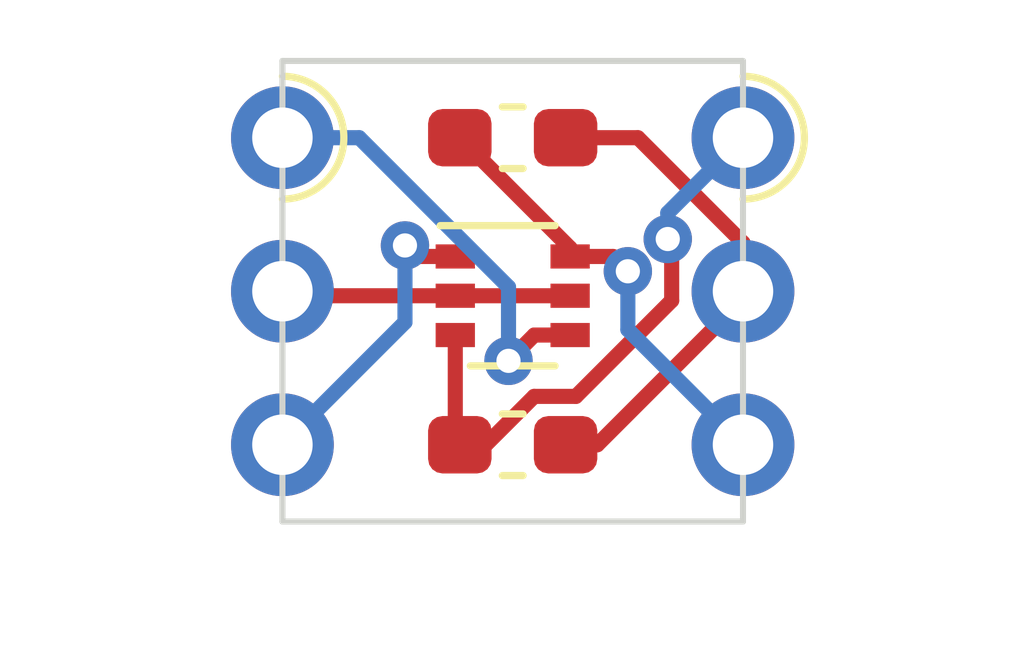
<source format=kicad_pcb>
(kicad_pcb (version 20171130) (host pcbnew 5.1.6)

  (general
    (thickness 1.6)
    (drawings 4)
    (tracks 42)
    (zones 0)
    (modules 5)
    (nets 7)
  )

  (page A4)
  (layers
    (0 F.Cu signal)
    (31 B.Cu signal)
    (32 B.Adhes user)
    (33 F.Adhes user)
    (34 B.Paste user)
    (35 F.Paste user)
    (36 B.SilkS user)
    (37 F.SilkS user)
    (38 B.Mask user)
    (39 F.Mask user)
    (40 Dwgs.User user)
    (41 Cmts.User user)
    (42 Eco1.User user)
    (43 Eco2.User user)
    (44 Edge.Cuts user)
    (45 Margin user)
    (46 B.CrtYd user)
    (47 F.CrtYd user)
    (48 B.Fab user)
    (49 F.Fab user)
  )

  (setup
    (last_trace_width 0.25)
    (user_trace_width 0.35)
    (user_trace_width 0.5)
    (trace_clearance 0.2)
    (zone_clearance 0.508)
    (zone_45_only no)
    (trace_min 0.2)
    (via_size 0.8)
    (via_drill 0.4)
    (via_min_size 0.4)
    (via_min_drill 0.3)
    (uvia_size 0.3)
    (uvia_drill 0.1)
    (uvias_allowed no)
    (uvia_min_size 0.2)
    (uvia_min_drill 0.1)
    (edge_width 0.05)
    (segment_width 0.2)
    (pcb_text_width 0.3)
    (pcb_text_size 1.5 1.5)
    (mod_edge_width 0.12)
    (mod_text_size 1 1)
    (mod_text_width 0.15)
    (pad_size 1.524 1.524)
    (pad_drill 0.762)
    (pad_to_mask_clearance 0.05)
    (aux_axis_origin 0 0)
    (visible_elements FFFFFF7F)
    (pcbplotparams
      (layerselection 0x010fc_ffffffff)
      (usegerberextensions false)
      (usegerberattributes true)
      (usegerberadvancedattributes true)
      (creategerberjobfile true)
      (excludeedgelayer true)
      (linewidth 0.100000)
      (plotframeref false)
      (viasonmask false)
      (mode 1)
      (useauxorigin false)
      (hpglpennumber 1)
      (hpglpenspeed 20)
      (hpglpendiameter 15.000000)
      (psnegative false)
      (psa4output false)
      (plotreference true)
      (plotvalue true)
      (plotinvisibletext false)
      (padsonsilk false)
      (subtractmaskfromsilk false)
      (outputformat 1)
      (mirror false)
      (drillshape 0)
      (scaleselection 1)
      (outputdirectory "gerber/"))
  )

  (net 0 "")
  (net 1 Out)
  (net 2 Vss)
  (net 3 Vdd)
  (net 4 In)
  (net 5 Nti)
  (net 6 Pti)

  (net_class Default "This is the default net class."
    (clearance 0.2)
    (trace_width 0.25)
    (via_dia 0.8)
    (via_drill 0.4)
    (uvia_dia 0.3)
    (uvia_drill 0.1)
    (add_net In)
    (add_net Nti)
    (add_net Out)
    (add_net Pti)
    (add_net Vdd)
    (add_net Vss)
  )

  (module Resistor_SMD:R_0603_1608Metric_Pad1.05x0.95mm_HandSolder (layer F.Cu) (tedit 5B301BBD) (tstamp 5FF6B638)
    (at 97.155 53.34 180)
    (descr "Resistor SMD 0603 (1608 Metric), square (rectangular) end terminal, IPC_7351 nominal with elongated pad for handsoldering. (Body size source: http://www.tortai-tech.com/upload/download/2011102023233369053.pdf), generated with kicad-footprint-generator")
    (tags "resistor handsolder")
    (path /5FFC430C)
    (attr smd)
    (fp_text reference R2 (at 0 -1.43) (layer F.SilkS) hide
      (effects (font (size 1 1) (thickness 0.15)))
    )
    (fp_text value 12k (at 0 1.43) (layer F.Fab)
      (effects (font (size 1 1) (thickness 0.15)))
    )
    (fp_text user %R (at 0 0) (layer F.Fab)
      (effects (font (size 0.4 0.4) (thickness 0.06)))
    )
    (fp_line (start -0.8 0.4) (end -0.8 -0.4) (layer F.Fab) (width 0.1))
    (fp_line (start -0.8 -0.4) (end 0.8 -0.4) (layer F.Fab) (width 0.1))
    (fp_line (start 0.8 -0.4) (end 0.8 0.4) (layer F.Fab) (width 0.1))
    (fp_line (start 0.8 0.4) (end -0.8 0.4) (layer F.Fab) (width 0.1))
    (fp_line (start -0.171267 -0.51) (end 0.171267 -0.51) (layer F.SilkS) (width 0.12))
    (fp_line (start -0.171267 0.51) (end 0.171267 0.51) (layer F.SilkS) (width 0.12))
    (fp_line (start -1.65 0.73) (end -1.65 -0.73) (layer F.CrtYd) (width 0.05))
    (fp_line (start -1.65 -0.73) (end 1.65 -0.73) (layer F.CrtYd) (width 0.05))
    (fp_line (start 1.65 -0.73) (end 1.65 0.73) (layer F.CrtYd) (width 0.05))
    (fp_line (start 1.65 0.73) (end -1.65 0.73) (layer F.CrtYd) (width 0.05))
    (pad 2 smd roundrect (at 0.875 0 180) (size 1.05 0.95) (layers F.Cu F.Paste F.Mask) (roundrect_rratio 0.25)
      (net 5 Nti))
    (pad 1 smd roundrect (at -0.875 0 180) (size 1.05 0.95) (layers F.Cu F.Paste F.Mask) (roundrect_rratio 0.25)
      (net 1 Out))
    (model ${KISYS3DMOD}/Resistor_SMD.3dshapes/R_0603_1608Metric.wrl
      (at (xyz 0 0 0))
      (scale (xyz 1 1 1))
      (rotate (xyz 0 0 0))
    )
  )

  (module Resistor_SMD:R_0603_1608Metric_Pad1.05x0.95mm_HandSolder (layer F.Cu) (tedit 5B301BBD) (tstamp 5FF6B627)
    (at 97.155 58.42)
    (descr "Resistor SMD 0603 (1608 Metric), square (rectangular) end terminal, IPC_7351 nominal with elongated pad for handsoldering. (Body size source: http://www.tortai-tech.com/upload/download/2011102023233369053.pdf), generated with kicad-footprint-generator")
    (tags "resistor handsolder")
    (path /5FFC3DF2)
    (attr smd)
    (fp_text reference R1 (at 0 -1.43) (layer F.SilkS) hide
      (effects (font (size 1 1) (thickness 0.15)))
    )
    (fp_text value 12k (at 0 1.43) (layer F.Fab)
      (effects (font (size 1 1) (thickness 0.15)))
    )
    (fp_text user %R (at 0 0) (layer F.Fab)
      (effects (font (size 0.4 0.4) (thickness 0.06)))
    )
    (fp_line (start -0.8 0.4) (end -0.8 -0.4) (layer F.Fab) (width 0.1))
    (fp_line (start -0.8 -0.4) (end 0.8 -0.4) (layer F.Fab) (width 0.1))
    (fp_line (start 0.8 -0.4) (end 0.8 0.4) (layer F.Fab) (width 0.1))
    (fp_line (start 0.8 0.4) (end -0.8 0.4) (layer F.Fab) (width 0.1))
    (fp_line (start -0.171267 -0.51) (end 0.171267 -0.51) (layer F.SilkS) (width 0.12))
    (fp_line (start -0.171267 0.51) (end 0.171267 0.51) (layer F.SilkS) (width 0.12))
    (fp_line (start -1.65 0.73) (end -1.65 -0.73) (layer F.CrtYd) (width 0.05))
    (fp_line (start -1.65 -0.73) (end 1.65 -0.73) (layer F.CrtYd) (width 0.05))
    (fp_line (start 1.65 -0.73) (end 1.65 0.73) (layer F.CrtYd) (width 0.05))
    (fp_line (start 1.65 0.73) (end -1.65 0.73) (layer F.CrtYd) (width 0.05))
    (pad 2 smd roundrect (at 0.875 0) (size 1.05 0.95) (layers F.Cu F.Paste F.Mask) (roundrect_rratio 0.25)
      (net 1 Out))
    (pad 1 smd roundrect (at -0.875 0) (size 1.05 0.95) (layers F.Cu F.Paste F.Mask) (roundrect_rratio 0.25)
      (net 6 Pti))
    (model ${KISYS3DMOD}/Resistor_SMD.3dshapes/R_0603_1608Metric.wrl
      (at (xyz 0 0 0))
      (scale (xyz 1 1 1))
      (rotate (xyz 0 0 0))
    )
  )

  (module Package_TO_SOT_SMD:SOT-363_SC-70-6 (layer F.Cu) (tedit 5A02FF57) (tstamp 5FF6B616)
    (at 97.155 55.955)
    (descr "SOT-363, SC-70-6")
    (tags "SOT-363 SC-70-6")
    (path /5FFBA0AD)
    (attr smd)
    (fp_text reference Q1 (at 0 -2) (layer F.SilkS) hide
      (effects (font (size 1 1) (thickness 0.15)))
    )
    (fp_text value BSS8402DW (at 0 2 180) (layer F.Fab)
      (effects (font (size 1 1) (thickness 0.15)))
    )
    (fp_text user %R (at 0 0 90) (layer F.Fab)
      (effects (font (size 0.5 0.5) (thickness 0.075)))
    )
    (fp_line (start 0.7 -1.16) (end -1.2 -1.16) (layer F.SilkS) (width 0.12))
    (fp_line (start -0.7 1.16) (end 0.7 1.16) (layer F.SilkS) (width 0.12))
    (fp_line (start 1.6 1.4) (end 1.6 -1.4) (layer F.CrtYd) (width 0.05))
    (fp_line (start -1.6 -1.4) (end -1.6 1.4) (layer F.CrtYd) (width 0.05))
    (fp_line (start -1.6 -1.4) (end 1.6 -1.4) (layer F.CrtYd) (width 0.05))
    (fp_line (start 0.675 -1.1) (end -0.175 -1.1) (layer F.Fab) (width 0.1))
    (fp_line (start -0.675 -0.6) (end -0.675 1.1) (layer F.Fab) (width 0.1))
    (fp_line (start -1.6 1.4) (end 1.6 1.4) (layer F.CrtYd) (width 0.05))
    (fp_line (start 0.675 -1.1) (end 0.675 1.1) (layer F.Fab) (width 0.1))
    (fp_line (start 0.675 1.1) (end -0.675 1.1) (layer F.Fab) (width 0.1))
    (fp_line (start -0.175 -1.1) (end -0.675 -0.6) (layer F.Fab) (width 0.1))
    (pad 6 smd rect (at 0.95 -0.65) (size 0.65 0.4) (layers F.Cu F.Paste F.Mask)
      (net 5 Nti))
    (pad 4 smd rect (at 0.95 0.65) (size 0.65 0.4) (layers F.Cu F.Paste F.Mask)
      (net 3 Vdd))
    (pad 2 smd rect (at -0.95 0) (size 0.65 0.4) (layers F.Cu F.Paste F.Mask)
      (net 4 In))
    (pad 5 smd rect (at 0.95 0) (size 0.65 0.4) (layers F.Cu F.Paste F.Mask)
      (net 4 In))
    (pad 3 smd rect (at -0.95 0.65) (size 0.65 0.4) (layers F.Cu F.Paste F.Mask)
      (net 6 Pti))
    (pad 1 smd rect (at -0.95 -0.65) (size 0.65 0.4) (layers F.Cu F.Paste F.Mask)
      (net 2 Vss))
    (model ${KISYS3DMOD}/Package_TO_SOT_SMD.3dshapes/SOT-363_SC-70-6.wrl
      (at (xyz 0 0 0))
      (scale (xyz 1 1 1))
      (rotate (xyz 0 0 0))
    )
  )

  (module Castellation:Edge_Castellation_1x03_P2.54 (layer F.Cu) (tedit 5FED63D6) (tstamp 5FF6B600)
    (at 100.965 53.34)
    (descr "Edge Castellation, 1x03, 2.54mm pitch, single row")
    (tags "Castellation Edge 1x03 2.54mm single row")
    (path /5FEDBBC1)
    (fp_text reference J2 (at 0 -2.54) (layer F.SilkS) hide
      (effects (font (size 1 1) (thickness 0.15)))
    )
    (fp_text value Conn_01x03 (at 0 7.85) (layer F.Fab)
      (effects (font (size 1 1) (thickness 0.15)))
    )
    (fp_text user %R (at 0 2.54 90) (layer F.Fab)
      (effects (font (size 1 1) (thickness 0.15)))
    )
    (fp_arc (start 0 0) (end 0 1.016) (angle -180) (layer F.SilkS) (width 0.12))
    (fp_line (start -1.27 -1.27) (end 0.635 -1.27) (layer F.Fab) (width 0.1))
    (fp_line (start 0.635 -1.27) (end 1.27 -0.635) (layer F.Fab) (width 0.1))
    (fp_line (start 1.27 -0.635) (end 1.27 6.35) (layer F.Fab) (width 0.1))
    (fp_line (start 1.27 6.35) (end -1.27 6.35) (layer F.Fab) (width 0.1))
    (fp_line (start -1.27 6.35) (end -1.27 -1.27) (layer F.Fab) (width 0.1))
    (pad 1 thru_hole oval (at 0 0) (size 1.7 1.7) (drill 1) (layers *.Cu *.Mask)
      (net 6 Pti))
    (pad 2 thru_hole oval (at 0 2.54) (size 1.7 1.7) (drill 1) (layers *.Cu *.Mask)
      (net 1 Out))
    (pad 3 thru_hole oval (at 0 5.08) (size 1.7 1.7) (drill 1) (layers *.Cu *.Mask)
      (net 5 Nti))
  )

  (module Castellation:Edge_Castellation_1x03_P2.54 (layer F.Cu) (tedit 5FED63D6) (tstamp 5FF6B5F2)
    (at 93.345 53.34)
    (descr "Edge Castellation, 1x03, 2.54mm pitch, single row")
    (tags "Castellation Edge 1x03 2.54mm single row")
    (path /5FED6A28)
    (fp_text reference J1 (at 0 -2.54) (layer F.SilkS) hide
      (effects (font (size 1 1) (thickness 0.15)))
    )
    (fp_text value Conn_01x03 (at 0 7.85) (layer F.Fab)
      (effects (font (size 1 1) (thickness 0.15)))
    )
    (fp_line (start -1.27 6.35) (end -1.27 -1.27) (layer F.Fab) (width 0.1))
    (fp_line (start 1.27 6.35) (end -1.27 6.35) (layer F.Fab) (width 0.1))
    (fp_line (start 1.27 -0.635) (end 1.27 6.35) (layer F.Fab) (width 0.1))
    (fp_line (start 0.635 -1.27) (end 1.27 -0.635) (layer F.Fab) (width 0.1))
    (fp_line (start -1.27 -1.27) (end 0.635 -1.27) (layer F.Fab) (width 0.1))
    (fp_arc (start 0 0) (end 0 1.016) (angle -180) (layer F.SilkS) (width 0.12))
    (fp_text user %R (at 0 2.54 90) (layer F.Fab)
      (effects (font (size 1 1) (thickness 0.15)))
    )
    (pad 3 thru_hole oval (at 0 5.08) (size 1.7 1.7) (drill 1) (layers *.Cu *.Mask)
      (net 2 Vss))
    (pad 2 thru_hole oval (at 0 2.54) (size 1.7 1.7) (drill 1) (layers *.Cu *.Mask)
      (net 4 In))
    (pad 1 thru_hole oval (at 0 0) (size 1.7 1.7) (drill 1) (layers *.Cu *.Mask)
      (net 3 Vdd))
  )

  (gr_line (start 100.965 52.07) (end 100.965 59.69) (layer Edge.Cuts) (width 0.1))
  (gr_line (start 93.345 52.07) (end 100.965 52.07) (layer Edge.Cuts) (width 0.1))
  (gr_line (start 93.345 59.69) (end 93.345 52.07) (layer Edge.Cuts) (width 0.1))
  (gr_line (start 100.965 59.69) (end 93.345 59.69) (layer Edge.Cuts) (width 0.1))

  (via (at 99.06 55.5498) (size 0.8) (drill 0.4) (layers F.Cu B.Cu) (net 5))
  (via (at 99.7204 55.0164) (size 0.8) (drill 0.4) (layers F.Cu B.Cu) (net 6))
  (segment (start 98.03 58.42) (end 98.555 58.42) (width 0.25) (layer F.Cu) (net 1))
  (segment (start 98.555 58.42) (end 100.965 56.01) (width 0.25) (layer F.Cu) (net 1))
  (segment (start 100.965 56.01) (end 100.965 55.88) (width 0.25) (layer F.Cu) (net 1))
  (segment (start 100.965 55.079002) (end 100.965 55.88) (width 0.25) (layer F.Cu) (net 1))
  (segment (start 99.225998 53.34) (end 100.965 55.079002) (width 0.25) (layer F.Cu) (net 1))
  (segment (start 98.03 53.34) (end 99.225998 53.34) (width 0.25) (layer F.Cu) (net 1))
  (segment (start 96.205 55.305) (end 95.55468 55.305) (width 0.25) (layer F.Cu) (net 2))
  (segment (start 93.345 58.42) (end 95.37234 56.39266) (width 0.25) (layer B.Cu) (net 2))
  (segment (start 95.55468 55.305) (end 95.37234 55.12266) (width 0.25) (layer F.Cu) (net 2))
  (segment (start 95.37234 56.39266) (end 95.37234 55.12266) (width 0.25) (layer B.Cu) (net 2))
  (via (at 95.37234 55.12266) (size 0.8) (drill 0.4) (layers F.Cu B.Cu) (net 2))
  (segment (start 97.155 57.15) (end 97.155 57.15) (width 0.25) (layer F.Cu) (net 3) (tstamp 5FF6BC45))
  (segment (start 94.615 53.34) (end 97.085437 55.810437) (width 0.25) (layer B.Cu) (net 3))
  (segment (start 97.512383 56.605) (end 97.085437 57.031946) (width 0.25) (layer F.Cu) (net 3))
  (via (at 97.085437 57.031946) (size 0.8) (drill 0.4) (layers F.Cu B.Cu) (net 3))
  (segment (start 98.105 56.605) (end 97.512383 56.605) (width 0.25) (layer F.Cu) (net 3))
  (segment (start 97.085437 55.810437) (end 97.085437 57.031946) (width 0.25) (layer B.Cu) (net 3))
  (segment (start 93.345 53.34) (end 94.615 53.34) (width 0.25) (layer B.Cu) (net 3))
  (segment (start 96.205 55.955) (end 98.105 55.955) (width 0.25) (layer F.Cu) (net 4))
  (segment (start 93.42 55.955) (end 93.345 55.88) (width 0.25) (layer F.Cu) (net 4))
  (segment (start 96.205 55.955) (end 93.42 55.955) (width 0.25) (layer F.Cu) (net 4))
  (segment (start 98.105 55.165) (end 96.28 53.34) (width 0.25) (layer F.Cu) (net 5))
  (segment (start 98.105 55.305) (end 98.105 55.165) (width 0.25) (layer F.Cu) (net 5))
  (segment (start 96.28 53.34) (end 96.52 53.34) (width 0.25) (layer F.Cu) (net 5))
  (segment (start 96.28 53.34) (end 95.885 53.34) (width 0.25) (layer F.Cu) (net 5))
  (segment (start 98.8152 55.305) (end 98.105 55.305) (width 0.25) (layer F.Cu) (net 5))
  (segment (start 99.06 55.5498) (end 98.8152 55.305) (width 0.25) (layer F.Cu) (net 5))
  (segment (start 99.06 56.515) (end 100.965 58.42) (width 0.25) (layer B.Cu) (net 5))
  (segment (start 99.06 55.5498) (end 99.06 56.515) (width 0.25) (layer B.Cu) (net 5))
  (segment (start 96.205 58.345) (end 96.28 58.42) (width 0.25) (layer F.Cu) (net 6))
  (segment (start 96.205 56.605) (end 96.205 58.345) (width 0.25) (layer F.Cu) (net 6))
  (segment (start 99.7204 55.137198) (end 99.7204 55.0164) (width 0.25) (layer F.Cu) (net 6))
  (segment (start 99.785001 55.201799) (end 99.7204 55.137198) (width 0.25) (layer F.Cu) (net 6))
  (segment (start 99.785001 56.035001) (end 99.785001 55.201799) (width 0.25) (layer F.Cu) (net 6))
  (segment (start 98.200012 57.61999) (end 99.785001 56.035001) (width 0.25) (layer F.Cu) (net 6))
  (segment (start 97.5095 57.61999) (end 98.200012 57.61999) (width 0.25) (layer F.Cu) (net 6))
  (segment (start 96.70949 58.42) (end 97.5095 57.61999) (width 0.25) (layer F.Cu) (net 6))
  (segment (start 96.28 58.42) (end 96.70949 58.42) (width 0.25) (layer F.Cu) (net 6))
  (segment (start 99.7204 54.5846) (end 100.965 53.34) (width 0.25) (layer B.Cu) (net 6))
  (segment (start 99.7204 55.0164) (end 99.7204 54.5846) (width 0.25) (layer B.Cu) (net 6))

)

</source>
